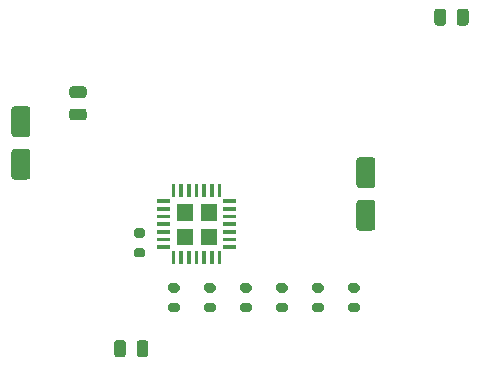
<source format=gbr>
%TF.GenerationSoftware,KiCad,Pcbnew,5.1.10-88a1d61d58~90~ubuntu20.04.1*%
%TF.CreationDate,2021-11-11T20:41:13-05:00*%
%TF.ProjectId,pcb-controller,7063622d-636f-46e7-9472-6f6c6c65722e,rev?*%
%TF.SameCoordinates,Original*%
%TF.FileFunction,Paste,Top*%
%TF.FilePolarity,Positive*%
%FSLAX46Y46*%
G04 Gerber Fmt 4.6, Leading zero omitted, Abs format (unit mm)*
G04 Created by KiCad (PCBNEW 5.1.10-88a1d61d58~90~ubuntu20.04.1) date 2021-11-11 20:41:13*
%MOMM*%
%LPD*%
G01*
G04 APERTURE LIST*
%ADD10C,0.010000*%
G04 APERTURE END LIST*
D10*
%TO.C,U1*%
G36*
X37598000Y-38995000D02*
G01*
X36298000Y-38995000D01*
X36298000Y-37695000D01*
X37598000Y-37695000D01*
X37598000Y-38995000D01*
G37*
X37598000Y-38995000D02*
X36298000Y-38995000D01*
X36298000Y-37695000D01*
X37598000Y-37695000D01*
X37598000Y-38995000D01*
G36*
X39648000Y-38995000D02*
G01*
X38348000Y-38995000D01*
X38348000Y-37695000D01*
X39648000Y-37695000D01*
X39648000Y-38995000D01*
G37*
X39648000Y-38995000D02*
X38348000Y-38995000D01*
X38348000Y-37695000D01*
X39648000Y-37695000D01*
X39648000Y-38995000D01*
G36*
X37598000Y-41045000D02*
G01*
X36298000Y-41045000D01*
X36298000Y-39745000D01*
X37598000Y-39745000D01*
X37598000Y-41045000D01*
G37*
X37598000Y-41045000D02*
X36298000Y-41045000D01*
X36298000Y-39745000D01*
X37598000Y-39745000D01*
X37598000Y-41045000D01*
G36*
X39648000Y-41045000D02*
G01*
X38348000Y-41045000D01*
X38348000Y-39745000D01*
X39648000Y-39745000D01*
X39648000Y-41045000D01*
G37*
X39648000Y-41045000D02*
X38348000Y-41045000D01*
X38348000Y-39745000D01*
X39648000Y-39745000D01*
X39648000Y-41045000D01*
%TD*%
%TO.C,C5*%
G36*
G01*
X28415000Y-28694000D02*
X27465000Y-28694000D01*
G75*
G02*
X27215000Y-28444000I0J250000D01*
G01*
X27215000Y-27944000D01*
G75*
G02*
X27465000Y-27694000I250000J0D01*
G01*
X28415000Y-27694000D01*
G75*
G02*
X28665000Y-27944000I0J-250000D01*
G01*
X28665000Y-28444000D01*
G75*
G02*
X28415000Y-28694000I-250000J0D01*
G01*
G37*
G36*
G01*
X28415000Y-30594000D02*
X27465000Y-30594000D01*
G75*
G02*
X27215000Y-30344000I0J250000D01*
G01*
X27215000Y-29844000D01*
G75*
G02*
X27465000Y-29594000I250000J0D01*
G01*
X28415000Y-29594000D01*
G75*
G02*
X28665000Y-29844000I0J-250000D01*
G01*
X28665000Y-30344000D01*
G75*
G02*
X28415000Y-30594000I-250000J0D01*
G01*
G37*
%TD*%
%TO.C,C4*%
G36*
G01*
X60013000Y-22319000D02*
X60013000Y-21369000D01*
G75*
G02*
X60263000Y-21119000I250000J0D01*
G01*
X60763000Y-21119000D01*
G75*
G02*
X61013000Y-21369000I0J-250000D01*
G01*
X61013000Y-22319000D01*
G75*
G02*
X60763000Y-22569000I-250000J0D01*
G01*
X60263000Y-22569000D01*
G75*
G02*
X60013000Y-22319000I0J250000D01*
G01*
G37*
G36*
G01*
X58113000Y-22319000D02*
X58113000Y-21369000D01*
G75*
G02*
X58363000Y-21119000I250000J0D01*
G01*
X58863000Y-21119000D01*
G75*
G02*
X59113000Y-21369000I0J-250000D01*
G01*
X59113000Y-22319000D01*
G75*
G02*
X58863000Y-22569000I-250000J0D01*
G01*
X58363000Y-22569000D01*
G75*
G02*
X58113000Y-22319000I0J250000D01*
G01*
G37*
%TD*%
%TO.C,C3*%
G36*
G01*
X32001000Y-49436000D02*
X32001000Y-50386000D01*
G75*
G02*
X31751000Y-50636000I-250000J0D01*
G01*
X31251000Y-50636000D01*
G75*
G02*
X31001000Y-50386000I0J250000D01*
G01*
X31001000Y-49436000D01*
G75*
G02*
X31251000Y-49186000I250000J0D01*
G01*
X31751000Y-49186000D01*
G75*
G02*
X32001000Y-49436000I0J-250000D01*
G01*
G37*
G36*
G01*
X33901000Y-49436000D02*
X33901000Y-50386000D01*
G75*
G02*
X33651000Y-50636000I-250000J0D01*
G01*
X33151000Y-50636000D01*
G75*
G02*
X32901000Y-50386000I0J250000D01*
G01*
X32901000Y-49436000D01*
G75*
G02*
X33151000Y-49186000I250000J0D01*
G01*
X33651000Y-49186000D01*
G75*
G02*
X33901000Y-49436000I0J-250000D01*
G01*
G37*
%TD*%
%TO.C,C2*%
G36*
G01*
X22564000Y-32990000D02*
X23664000Y-32990000D01*
G75*
G02*
X23914000Y-33240000I0J-250000D01*
G01*
X23914000Y-35340000D01*
G75*
G02*
X23664000Y-35590000I-250000J0D01*
G01*
X22564000Y-35590000D01*
G75*
G02*
X22314000Y-35340000I0J250000D01*
G01*
X22314000Y-33240000D01*
G75*
G02*
X22564000Y-32990000I250000J0D01*
G01*
G37*
G36*
G01*
X22564000Y-29390000D02*
X23664000Y-29390000D01*
G75*
G02*
X23914000Y-29640000I0J-250000D01*
G01*
X23914000Y-31740000D01*
G75*
G02*
X23664000Y-31990000I-250000J0D01*
G01*
X22564000Y-31990000D01*
G75*
G02*
X22314000Y-31740000I0J250000D01*
G01*
X22314000Y-29640000D01*
G75*
G02*
X22564000Y-29390000I250000J0D01*
G01*
G37*
%TD*%
%TO.C,C1*%
G36*
G01*
X51774000Y-37308000D02*
X52874000Y-37308000D01*
G75*
G02*
X53124000Y-37558000I0J-250000D01*
G01*
X53124000Y-39658000D01*
G75*
G02*
X52874000Y-39908000I-250000J0D01*
G01*
X51774000Y-39908000D01*
G75*
G02*
X51524000Y-39658000I0J250000D01*
G01*
X51524000Y-37558000D01*
G75*
G02*
X51774000Y-37308000I250000J0D01*
G01*
G37*
G36*
G01*
X51774000Y-33708000D02*
X52874000Y-33708000D01*
G75*
G02*
X53124000Y-33958000I0J-250000D01*
G01*
X53124000Y-36058000D01*
G75*
G02*
X52874000Y-36308000I-250000J0D01*
G01*
X51774000Y-36308000D01*
G75*
G02*
X51524000Y-36058000I0J250000D01*
G01*
X51524000Y-33958000D01*
G75*
G02*
X51774000Y-33708000I250000J0D01*
G01*
G37*
%TD*%
%TO.C,U1*%
G36*
G01*
X35708000Y-41172800D02*
X35708000Y-41467200D01*
G75*
G02*
X35695200Y-41480000I-12800J0D01*
G01*
X34620800Y-41480000D01*
G75*
G02*
X34608000Y-41467200I0J12800D01*
G01*
X34608000Y-41172800D01*
G75*
G02*
X34620800Y-41160000I12800J0D01*
G01*
X35695200Y-41160000D01*
G75*
G02*
X35708000Y-41172800I0J-12800D01*
G01*
G37*
G36*
G01*
X35708000Y-40522800D02*
X35708000Y-40817200D01*
G75*
G02*
X35695200Y-40830000I-12800J0D01*
G01*
X34620800Y-40830000D01*
G75*
G02*
X34608000Y-40817200I0J12800D01*
G01*
X34608000Y-40522800D01*
G75*
G02*
X34620800Y-40510000I12800J0D01*
G01*
X35695200Y-40510000D01*
G75*
G02*
X35708000Y-40522800I0J-12800D01*
G01*
G37*
G36*
G01*
X35708000Y-39872800D02*
X35708000Y-40167200D01*
G75*
G02*
X35695200Y-40180000I-12800J0D01*
G01*
X34620800Y-40180000D01*
G75*
G02*
X34608000Y-40167200I0J12800D01*
G01*
X34608000Y-39872800D01*
G75*
G02*
X34620800Y-39860000I12800J0D01*
G01*
X35695200Y-39860000D01*
G75*
G02*
X35708000Y-39872800I0J-12800D01*
G01*
G37*
G36*
G01*
X35708000Y-39222800D02*
X35708000Y-39517200D01*
G75*
G02*
X35695200Y-39530000I-12800J0D01*
G01*
X34620800Y-39530000D01*
G75*
G02*
X34608000Y-39517200I0J12800D01*
G01*
X34608000Y-39222800D01*
G75*
G02*
X34620800Y-39210000I12800J0D01*
G01*
X35695200Y-39210000D01*
G75*
G02*
X35708000Y-39222800I0J-12800D01*
G01*
G37*
G36*
G01*
X35708000Y-38572800D02*
X35708000Y-38867200D01*
G75*
G02*
X35695200Y-38880000I-12800J0D01*
G01*
X34620800Y-38880000D01*
G75*
G02*
X34608000Y-38867200I0J12800D01*
G01*
X34608000Y-38572800D01*
G75*
G02*
X34620800Y-38560000I12800J0D01*
G01*
X35695200Y-38560000D01*
G75*
G02*
X35708000Y-38572800I0J-12800D01*
G01*
G37*
G36*
G01*
X35708000Y-37922800D02*
X35708000Y-38217200D01*
G75*
G02*
X35695200Y-38230000I-12800J0D01*
G01*
X34620800Y-38230000D01*
G75*
G02*
X34608000Y-38217200I0J12800D01*
G01*
X34608000Y-37922800D01*
G75*
G02*
X34620800Y-37910000I12800J0D01*
G01*
X35695200Y-37910000D01*
G75*
G02*
X35708000Y-37922800I0J-12800D01*
G01*
G37*
G36*
G01*
X35708000Y-37272800D02*
X35708000Y-37567200D01*
G75*
G02*
X35695200Y-37580000I-12800J0D01*
G01*
X34620800Y-37580000D01*
G75*
G02*
X34608000Y-37567200I0J12800D01*
G01*
X34608000Y-37272800D01*
G75*
G02*
X34620800Y-37260000I12800J0D01*
G01*
X35695200Y-37260000D01*
G75*
G02*
X35708000Y-37272800I0J-12800D01*
G01*
G37*
G36*
G01*
X41338000Y-37272800D02*
X41338000Y-37567200D01*
G75*
G02*
X41325200Y-37580000I-12800J0D01*
G01*
X40250800Y-37580000D01*
G75*
G02*
X40238000Y-37567200I0J12800D01*
G01*
X40238000Y-37272800D01*
G75*
G02*
X40250800Y-37260000I12800J0D01*
G01*
X41325200Y-37260000D01*
G75*
G02*
X41338000Y-37272800I0J-12800D01*
G01*
G37*
G36*
G01*
X41338000Y-37922800D02*
X41338000Y-38217200D01*
G75*
G02*
X41325200Y-38230000I-12800J0D01*
G01*
X40250800Y-38230000D01*
G75*
G02*
X40238000Y-38217200I0J12800D01*
G01*
X40238000Y-37922800D01*
G75*
G02*
X40250800Y-37910000I12800J0D01*
G01*
X41325200Y-37910000D01*
G75*
G02*
X41338000Y-37922800I0J-12800D01*
G01*
G37*
G36*
G01*
X41338000Y-38572800D02*
X41338000Y-38867200D01*
G75*
G02*
X41325200Y-38880000I-12800J0D01*
G01*
X40250800Y-38880000D01*
G75*
G02*
X40238000Y-38867200I0J12800D01*
G01*
X40238000Y-38572800D01*
G75*
G02*
X40250800Y-38560000I12800J0D01*
G01*
X41325200Y-38560000D01*
G75*
G02*
X41338000Y-38572800I0J-12800D01*
G01*
G37*
G36*
G01*
X41338000Y-39222800D02*
X41338000Y-39517200D01*
G75*
G02*
X41325200Y-39530000I-12800J0D01*
G01*
X40250800Y-39530000D01*
G75*
G02*
X40238000Y-39517200I0J12800D01*
G01*
X40238000Y-39222800D01*
G75*
G02*
X40250800Y-39210000I12800J0D01*
G01*
X41325200Y-39210000D01*
G75*
G02*
X41338000Y-39222800I0J-12800D01*
G01*
G37*
G36*
G01*
X41338000Y-39872800D02*
X41338000Y-40167200D01*
G75*
G02*
X41325200Y-40180000I-12800J0D01*
G01*
X40250800Y-40180000D01*
G75*
G02*
X40238000Y-40167200I0J12800D01*
G01*
X40238000Y-39872800D01*
G75*
G02*
X40250800Y-39860000I12800J0D01*
G01*
X41325200Y-39860000D01*
G75*
G02*
X41338000Y-39872800I0J-12800D01*
G01*
G37*
G36*
G01*
X41338000Y-40522800D02*
X41338000Y-40817200D01*
G75*
G02*
X41325200Y-40830000I-12800J0D01*
G01*
X40250800Y-40830000D01*
G75*
G02*
X40238000Y-40817200I0J12800D01*
G01*
X40238000Y-40522800D01*
G75*
G02*
X40250800Y-40510000I12800J0D01*
G01*
X41325200Y-40510000D01*
G75*
G02*
X41338000Y-40522800I0J-12800D01*
G01*
G37*
G36*
G01*
X41338000Y-41172800D02*
X41338000Y-41467200D01*
G75*
G02*
X41325200Y-41480000I-12800J0D01*
G01*
X40250800Y-41480000D01*
G75*
G02*
X40238000Y-41467200I0J12800D01*
G01*
X40238000Y-41172800D01*
G75*
G02*
X40250800Y-41160000I12800J0D01*
G01*
X41325200Y-41160000D01*
G75*
G02*
X41338000Y-41172800I0J-12800D01*
G01*
G37*
G36*
G01*
X40083000Y-41647800D02*
X40083000Y-42722200D01*
G75*
G02*
X40070200Y-42735000I-12800J0D01*
G01*
X39775800Y-42735000D01*
G75*
G02*
X39763000Y-42722200I0J12800D01*
G01*
X39763000Y-41647800D01*
G75*
G02*
X39775800Y-41635000I12800J0D01*
G01*
X40070200Y-41635000D01*
G75*
G02*
X40083000Y-41647800I0J-12800D01*
G01*
G37*
G36*
G01*
X39433000Y-41647800D02*
X39433000Y-42722200D01*
G75*
G02*
X39420200Y-42735000I-12800J0D01*
G01*
X39125800Y-42735000D01*
G75*
G02*
X39113000Y-42722200I0J12800D01*
G01*
X39113000Y-41647800D01*
G75*
G02*
X39125800Y-41635000I12800J0D01*
G01*
X39420200Y-41635000D01*
G75*
G02*
X39433000Y-41647800I0J-12800D01*
G01*
G37*
G36*
G01*
X38783000Y-41647800D02*
X38783000Y-42722200D01*
G75*
G02*
X38770200Y-42735000I-12800J0D01*
G01*
X38475800Y-42735000D01*
G75*
G02*
X38463000Y-42722200I0J12800D01*
G01*
X38463000Y-41647800D01*
G75*
G02*
X38475800Y-41635000I12800J0D01*
G01*
X38770200Y-41635000D01*
G75*
G02*
X38783000Y-41647800I0J-12800D01*
G01*
G37*
G36*
G01*
X38133000Y-41647800D02*
X38133000Y-42722200D01*
G75*
G02*
X38120200Y-42735000I-12800J0D01*
G01*
X37825800Y-42735000D01*
G75*
G02*
X37813000Y-42722200I0J12800D01*
G01*
X37813000Y-41647800D01*
G75*
G02*
X37825800Y-41635000I12800J0D01*
G01*
X38120200Y-41635000D01*
G75*
G02*
X38133000Y-41647800I0J-12800D01*
G01*
G37*
G36*
G01*
X37483000Y-41647800D02*
X37483000Y-42722200D01*
G75*
G02*
X37470200Y-42735000I-12800J0D01*
G01*
X37175800Y-42735000D01*
G75*
G02*
X37163000Y-42722200I0J12800D01*
G01*
X37163000Y-41647800D01*
G75*
G02*
X37175800Y-41635000I12800J0D01*
G01*
X37470200Y-41635000D01*
G75*
G02*
X37483000Y-41647800I0J-12800D01*
G01*
G37*
G36*
G01*
X36833000Y-41647800D02*
X36833000Y-42722200D01*
G75*
G02*
X36820200Y-42735000I-12800J0D01*
G01*
X36525800Y-42735000D01*
G75*
G02*
X36513000Y-42722200I0J12800D01*
G01*
X36513000Y-41647800D01*
G75*
G02*
X36525800Y-41635000I12800J0D01*
G01*
X36820200Y-41635000D01*
G75*
G02*
X36833000Y-41647800I0J-12800D01*
G01*
G37*
G36*
G01*
X36183000Y-41647800D02*
X36183000Y-42722200D01*
G75*
G02*
X36170200Y-42735000I-12800J0D01*
G01*
X35875800Y-42735000D01*
G75*
G02*
X35863000Y-42722200I0J12800D01*
G01*
X35863000Y-41647800D01*
G75*
G02*
X35875800Y-41635000I12800J0D01*
G01*
X36170200Y-41635000D01*
G75*
G02*
X36183000Y-41647800I0J-12800D01*
G01*
G37*
G36*
G01*
X36183000Y-36017800D02*
X36183000Y-37092200D01*
G75*
G02*
X36170200Y-37105000I-12800J0D01*
G01*
X35875800Y-37105000D01*
G75*
G02*
X35863000Y-37092200I0J12800D01*
G01*
X35863000Y-36017800D01*
G75*
G02*
X35875800Y-36005000I12800J0D01*
G01*
X36170200Y-36005000D01*
G75*
G02*
X36183000Y-36017800I0J-12800D01*
G01*
G37*
G36*
G01*
X36833000Y-36017800D02*
X36833000Y-37092200D01*
G75*
G02*
X36820200Y-37105000I-12800J0D01*
G01*
X36525800Y-37105000D01*
G75*
G02*
X36513000Y-37092200I0J12800D01*
G01*
X36513000Y-36017800D01*
G75*
G02*
X36525800Y-36005000I12800J0D01*
G01*
X36820200Y-36005000D01*
G75*
G02*
X36833000Y-36017800I0J-12800D01*
G01*
G37*
G36*
G01*
X37483000Y-36017800D02*
X37483000Y-37092200D01*
G75*
G02*
X37470200Y-37105000I-12800J0D01*
G01*
X37175800Y-37105000D01*
G75*
G02*
X37163000Y-37092200I0J12800D01*
G01*
X37163000Y-36017800D01*
G75*
G02*
X37175800Y-36005000I12800J0D01*
G01*
X37470200Y-36005000D01*
G75*
G02*
X37483000Y-36017800I0J-12800D01*
G01*
G37*
G36*
G01*
X38133000Y-36017800D02*
X38133000Y-37092200D01*
G75*
G02*
X38120200Y-37105000I-12800J0D01*
G01*
X37825800Y-37105000D01*
G75*
G02*
X37813000Y-37092200I0J12800D01*
G01*
X37813000Y-36017800D01*
G75*
G02*
X37825800Y-36005000I12800J0D01*
G01*
X38120200Y-36005000D01*
G75*
G02*
X38133000Y-36017800I0J-12800D01*
G01*
G37*
G36*
G01*
X38783000Y-36017800D02*
X38783000Y-37092200D01*
G75*
G02*
X38770200Y-37105000I-12800J0D01*
G01*
X38475800Y-37105000D01*
G75*
G02*
X38463000Y-37092200I0J12800D01*
G01*
X38463000Y-36017800D01*
G75*
G02*
X38475800Y-36005000I12800J0D01*
G01*
X38770200Y-36005000D01*
G75*
G02*
X38783000Y-36017800I0J-12800D01*
G01*
G37*
G36*
G01*
X39433000Y-36017800D02*
X39433000Y-37092200D01*
G75*
G02*
X39420200Y-37105000I-12800J0D01*
G01*
X39125800Y-37105000D01*
G75*
G02*
X39113000Y-37092200I0J12800D01*
G01*
X39113000Y-36017800D01*
G75*
G02*
X39125800Y-36005000I12800J0D01*
G01*
X39420200Y-36005000D01*
G75*
G02*
X39433000Y-36017800I0J-12800D01*
G01*
G37*
G36*
G01*
X40083000Y-36017800D02*
X40083000Y-37092200D01*
G75*
G02*
X40070200Y-37105000I-12800J0D01*
G01*
X39775800Y-37105000D01*
G75*
G02*
X39763000Y-37092200I0J12800D01*
G01*
X39763000Y-36017800D01*
G75*
G02*
X39775800Y-36005000I12800J0D01*
G01*
X40070200Y-36005000D01*
G75*
G02*
X40083000Y-36017800I0J-12800D01*
G01*
G37*
%TD*%
%TO.C,R7*%
G36*
G01*
X32872000Y-41383000D02*
X33422000Y-41383000D01*
G75*
G02*
X33622000Y-41583000I0J-200000D01*
G01*
X33622000Y-41983000D01*
G75*
G02*
X33422000Y-42183000I-200000J0D01*
G01*
X32872000Y-42183000D01*
G75*
G02*
X32672000Y-41983000I0J200000D01*
G01*
X32672000Y-41583000D01*
G75*
G02*
X32872000Y-41383000I200000J0D01*
G01*
G37*
G36*
G01*
X32872000Y-39733000D02*
X33422000Y-39733000D01*
G75*
G02*
X33622000Y-39933000I0J-200000D01*
G01*
X33622000Y-40333000D01*
G75*
G02*
X33422000Y-40533000I-200000J0D01*
G01*
X32872000Y-40533000D01*
G75*
G02*
X32672000Y-40333000I0J200000D01*
G01*
X32672000Y-39933000D01*
G75*
G02*
X32872000Y-39733000I200000J0D01*
G01*
G37*
%TD*%
%TO.C,R6*%
G36*
G01*
X39391000Y-45168500D02*
X38841000Y-45168500D01*
G75*
G02*
X38641000Y-44968500I0J200000D01*
G01*
X38641000Y-44568500D01*
G75*
G02*
X38841000Y-44368500I200000J0D01*
G01*
X39391000Y-44368500D01*
G75*
G02*
X39591000Y-44568500I0J-200000D01*
G01*
X39591000Y-44968500D01*
G75*
G02*
X39391000Y-45168500I-200000J0D01*
G01*
G37*
G36*
G01*
X39391000Y-46818500D02*
X38841000Y-46818500D01*
G75*
G02*
X38641000Y-46618500I0J200000D01*
G01*
X38641000Y-46218500D01*
G75*
G02*
X38841000Y-46018500I200000J0D01*
G01*
X39391000Y-46018500D01*
G75*
G02*
X39591000Y-46218500I0J-200000D01*
G01*
X39591000Y-46618500D01*
G75*
G02*
X39391000Y-46818500I-200000J0D01*
G01*
G37*
%TD*%
%TO.C,R5*%
G36*
G01*
X42439000Y-45168500D02*
X41889000Y-45168500D01*
G75*
G02*
X41689000Y-44968500I0J200000D01*
G01*
X41689000Y-44568500D01*
G75*
G02*
X41889000Y-44368500I200000J0D01*
G01*
X42439000Y-44368500D01*
G75*
G02*
X42639000Y-44568500I0J-200000D01*
G01*
X42639000Y-44968500D01*
G75*
G02*
X42439000Y-45168500I-200000J0D01*
G01*
G37*
G36*
G01*
X42439000Y-46818500D02*
X41889000Y-46818500D01*
G75*
G02*
X41689000Y-46618500I0J200000D01*
G01*
X41689000Y-46218500D01*
G75*
G02*
X41889000Y-46018500I200000J0D01*
G01*
X42439000Y-46018500D01*
G75*
G02*
X42639000Y-46218500I0J-200000D01*
G01*
X42639000Y-46618500D01*
G75*
G02*
X42439000Y-46818500I-200000J0D01*
G01*
G37*
%TD*%
%TO.C,R4*%
G36*
G01*
X45487000Y-45168500D02*
X44937000Y-45168500D01*
G75*
G02*
X44737000Y-44968500I0J200000D01*
G01*
X44737000Y-44568500D01*
G75*
G02*
X44937000Y-44368500I200000J0D01*
G01*
X45487000Y-44368500D01*
G75*
G02*
X45687000Y-44568500I0J-200000D01*
G01*
X45687000Y-44968500D01*
G75*
G02*
X45487000Y-45168500I-200000J0D01*
G01*
G37*
G36*
G01*
X45487000Y-46818500D02*
X44937000Y-46818500D01*
G75*
G02*
X44737000Y-46618500I0J200000D01*
G01*
X44737000Y-46218500D01*
G75*
G02*
X44937000Y-46018500I200000J0D01*
G01*
X45487000Y-46018500D01*
G75*
G02*
X45687000Y-46218500I0J-200000D01*
G01*
X45687000Y-46618500D01*
G75*
G02*
X45487000Y-46818500I-200000J0D01*
G01*
G37*
%TD*%
%TO.C,R3*%
G36*
G01*
X48535000Y-45168500D02*
X47985000Y-45168500D01*
G75*
G02*
X47785000Y-44968500I0J200000D01*
G01*
X47785000Y-44568500D01*
G75*
G02*
X47985000Y-44368500I200000J0D01*
G01*
X48535000Y-44368500D01*
G75*
G02*
X48735000Y-44568500I0J-200000D01*
G01*
X48735000Y-44968500D01*
G75*
G02*
X48535000Y-45168500I-200000J0D01*
G01*
G37*
G36*
G01*
X48535000Y-46818500D02*
X47985000Y-46818500D01*
G75*
G02*
X47785000Y-46618500I0J200000D01*
G01*
X47785000Y-46218500D01*
G75*
G02*
X47985000Y-46018500I200000J0D01*
G01*
X48535000Y-46018500D01*
G75*
G02*
X48735000Y-46218500I0J-200000D01*
G01*
X48735000Y-46618500D01*
G75*
G02*
X48535000Y-46818500I-200000J0D01*
G01*
G37*
%TD*%
%TO.C,R2*%
G36*
G01*
X51583000Y-45168500D02*
X51033000Y-45168500D01*
G75*
G02*
X50833000Y-44968500I0J200000D01*
G01*
X50833000Y-44568500D01*
G75*
G02*
X51033000Y-44368500I200000J0D01*
G01*
X51583000Y-44368500D01*
G75*
G02*
X51783000Y-44568500I0J-200000D01*
G01*
X51783000Y-44968500D01*
G75*
G02*
X51583000Y-45168500I-200000J0D01*
G01*
G37*
G36*
G01*
X51583000Y-46818500D02*
X51033000Y-46818500D01*
G75*
G02*
X50833000Y-46618500I0J200000D01*
G01*
X50833000Y-46218500D01*
G75*
G02*
X51033000Y-46018500I200000J0D01*
G01*
X51583000Y-46018500D01*
G75*
G02*
X51783000Y-46218500I0J-200000D01*
G01*
X51783000Y-46618500D01*
G75*
G02*
X51583000Y-46818500I-200000J0D01*
G01*
G37*
%TD*%
%TO.C,R1*%
G36*
G01*
X36343000Y-45168500D02*
X35793000Y-45168500D01*
G75*
G02*
X35593000Y-44968500I0J200000D01*
G01*
X35593000Y-44568500D01*
G75*
G02*
X35793000Y-44368500I200000J0D01*
G01*
X36343000Y-44368500D01*
G75*
G02*
X36543000Y-44568500I0J-200000D01*
G01*
X36543000Y-44968500D01*
G75*
G02*
X36343000Y-45168500I-200000J0D01*
G01*
G37*
G36*
G01*
X36343000Y-46818500D02*
X35793000Y-46818500D01*
G75*
G02*
X35593000Y-46618500I0J200000D01*
G01*
X35593000Y-46218500D01*
G75*
G02*
X35793000Y-46018500I200000J0D01*
G01*
X36343000Y-46018500D01*
G75*
G02*
X36543000Y-46218500I0J-200000D01*
G01*
X36543000Y-46618500D01*
G75*
G02*
X36343000Y-46818500I-200000J0D01*
G01*
G37*
%TD*%
M02*

</source>
